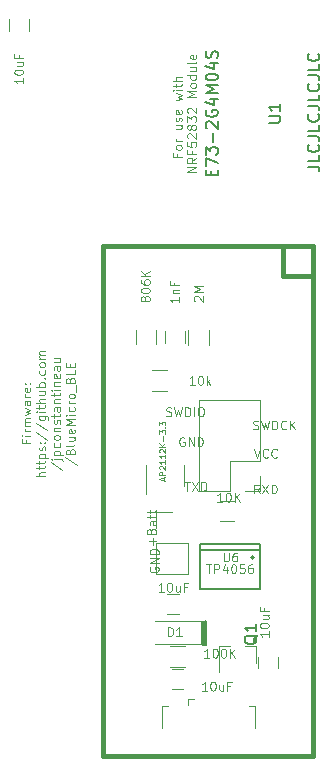
<source format=gbr>
G04 #@! TF.FileFunction,Legend,Top*
%FSLAX46Y46*%
G04 Gerber Fmt 4.6, Leading zero omitted, Abs format (unit mm)*
G04 Created by KiCad (PCBNEW 4.0.7) date 09/16/18 15:06:07*
%MOMM*%
%LPD*%
G01*
G04 APERTURE LIST*
%ADD10C,0.100000*%
%ADD11C,0.200000*%
%ADD12C,0.125000*%
%ADD13C,0.120000*%
%ADD14C,0.150000*%
%ADD15C,0.381000*%
G04 APERTURE END LIST*
D10*
D11*
X108966000Y-144018000D02*
X108712000Y-144018000D01*
X108966000Y-141986000D02*
X108966000Y-144018000D01*
X108839000Y-141986000D02*
X108966000Y-141986000D01*
X108839000Y-144018000D02*
X108839000Y-141986000D01*
X108712000Y-144018000D02*
X108839000Y-144018000D01*
X108712000Y-141986000D02*
X108712000Y-144018000D01*
D12*
X93702429Y-126727857D02*
X93702429Y-126977857D01*
X94095286Y-126977857D02*
X93345286Y-126977857D01*
X93345286Y-126620714D01*
X94095286Y-126335000D02*
X93595286Y-126335000D01*
X93345286Y-126335000D02*
X93381000Y-126370714D01*
X93416714Y-126335000D01*
X93381000Y-126299285D01*
X93345286Y-126335000D01*
X93416714Y-126335000D01*
X94095286Y-125977857D02*
X93595286Y-125977857D01*
X93738143Y-125977857D02*
X93666714Y-125942142D01*
X93631000Y-125906428D01*
X93595286Y-125834999D01*
X93595286Y-125763571D01*
X94095286Y-125513571D02*
X93595286Y-125513571D01*
X93666714Y-125513571D02*
X93631000Y-125477856D01*
X93595286Y-125406428D01*
X93595286Y-125299285D01*
X93631000Y-125227856D01*
X93702429Y-125192142D01*
X94095286Y-125192142D01*
X93702429Y-125192142D02*
X93631000Y-125156428D01*
X93595286Y-125084999D01*
X93595286Y-124977856D01*
X93631000Y-124906428D01*
X93702429Y-124870713D01*
X94095286Y-124870713D01*
X93595286Y-124584999D02*
X94095286Y-124442142D01*
X93738143Y-124299285D01*
X94095286Y-124156428D01*
X93595286Y-124013571D01*
X94095286Y-123406428D02*
X93702429Y-123406428D01*
X93631000Y-123442142D01*
X93595286Y-123513571D01*
X93595286Y-123656428D01*
X93631000Y-123727857D01*
X94059571Y-123406428D02*
X94095286Y-123477857D01*
X94095286Y-123656428D01*
X94059571Y-123727857D01*
X93988143Y-123763571D01*
X93916714Y-123763571D01*
X93845286Y-123727857D01*
X93809571Y-123656428D01*
X93809571Y-123477857D01*
X93773857Y-123406428D01*
X94095286Y-123049286D02*
X93595286Y-123049286D01*
X93738143Y-123049286D02*
X93666714Y-123013571D01*
X93631000Y-122977857D01*
X93595286Y-122906428D01*
X93595286Y-122835000D01*
X94059571Y-122299285D02*
X94095286Y-122370714D01*
X94095286Y-122513571D01*
X94059571Y-122585000D01*
X93988143Y-122620714D01*
X93702429Y-122620714D01*
X93631000Y-122585000D01*
X93595286Y-122513571D01*
X93595286Y-122370714D01*
X93631000Y-122299285D01*
X93702429Y-122263571D01*
X93773857Y-122263571D01*
X93845286Y-122620714D01*
X94023857Y-121942143D02*
X94059571Y-121906428D01*
X94095286Y-121942143D01*
X94059571Y-121977857D01*
X94023857Y-121942143D01*
X94095286Y-121942143D01*
X93631000Y-121942143D02*
X93666714Y-121906428D01*
X93702429Y-121942143D01*
X93666714Y-121977857D01*
X93631000Y-121942143D01*
X93702429Y-121942143D01*
X95345286Y-129745712D02*
X94595286Y-129745712D01*
X95345286Y-129424283D02*
X94952429Y-129424283D01*
X94881000Y-129459997D01*
X94845286Y-129531426D01*
X94845286Y-129638569D01*
X94881000Y-129709997D01*
X94916714Y-129745712D01*
X94845286Y-129174283D02*
X94845286Y-128888569D01*
X94595286Y-129067141D02*
X95238143Y-129067141D01*
X95309571Y-129031426D01*
X95345286Y-128959998D01*
X95345286Y-128888569D01*
X94845286Y-128745712D02*
X94845286Y-128459998D01*
X94595286Y-128638570D02*
X95238143Y-128638570D01*
X95309571Y-128602855D01*
X95345286Y-128531427D01*
X95345286Y-128459998D01*
X94845286Y-128209999D02*
X95595286Y-128209999D01*
X94881000Y-128209999D02*
X94845286Y-128138570D01*
X94845286Y-127995713D01*
X94881000Y-127924284D01*
X94916714Y-127888570D01*
X94988143Y-127852856D01*
X95202429Y-127852856D01*
X95273857Y-127888570D01*
X95309571Y-127924284D01*
X95345286Y-127995713D01*
X95345286Y-128138570D01*
X95309571Y-128209999D01*
X95309571Y-127567142D02*
X95345286Y-127495713D01*
X95345286Y-127352856D01*
X95309571Y-127281428D01*
X95238143Y-127245713D01*
X95202429Y-127245713D01*
X95131000Y-127281428D01*
X95095286Y-127352856D01*
X95095286Y-127459999D01*
X95059571Y-127531428D01*
X94988143Y-127567142D01*
X94952429Y-127567142D01*
X94881000Y-127531428D01*
X94845286Y-127459999D01*
X94845286Y-127352856D01*
X94881000Y-127281428D01*
X95273857Y-126924285D02*
X95309571Y-126888570D01*
X95345286Y-126924285D01*
X95309571Y-126959999D01*
X95273857Y-126924285D01*
X95345286Y-126924285D01*
X94881000Y-126924285D02*
X94916714Y-126888570D01*
X94952429Y-126924285D01*
X94916714Y-126959999D01*
X94881000Y-126924285D01*
X94952429Y-126924285D01*
X94559571Y-126031427D02*
X95523857Y-126674284D01*
X94559571Y-125245713D02*
X95523857Y-125888570D01*
X94845286Y-124674285D02*
X95452429Y-124674285D01*
X95523857Y-124709999D01*
X95559571Y-124745714D01*
X95595286Y-124817142D01*
X95595286Y-124924285D01*
X95559571Y-124995714D01*
X95309571Y-124674285D02*
X95345286Y-124745714D01*
X95345286Y-124888571D01*
X95309571Y-124959999D01*
X95273857Y-124995714D01*
X95202429Y-125031428D01*
X94988143Y-125031428D01*
X94916714Y-124995714D01*
X94881000Y-124959999D01*
X94845286Y-124888571D01*
X94845286Y-124745714D01*
X94881000Y-124674285D01*
X95345286Y-124317143D02*
X94845286Y-124317143D01*
X94595286Y-124317143D02*
X94631000Y-124352857D01*
X94666714Y-124317143D01*
X94631000Y-124281428D01*
X94595286Y-124317143D01*
X94666714Y-124317143D01*
X94845286Y-124067142D02*
X94845286Y-123781428D01*
X94595286Y-123960000D02*
X95238143Y-123960000D01*
X95309571Y-123924285D01*
X95345286Y-123852857D01*
X95345286Y-123781428D01*
X95345286Y-123531429D02*
X94595286Y-123531429D01*
X95345286Y-123210000D02*
X94952429Y-123210000D01*
X94881000Y-123245714D01*
X94845286Y-123317143D01*
X94845286Y-123424286D01*
X94881000Y-123495714D01*
X94916714Y-123531429D01*
X94845286Y-122531429D02*
X95345286Y-122531429D01*
X94845286Y-122852858D02*
X95238143Y-122852858D01*
X95309571Y-122817143D01*
X95345286Y-122745715D01*
X95345286Y-122638572D01*
X95309571Y-122567143D01*
X95273857Y-122531429D01*
X95345286Y-122174287D02*
X94595286Y-122174287D01*
X94881000Y-122174287D02*
X94845286Y-122102858D01*
X94845286Y-121960001D01*
X94881000Y-121888572D01*
X94916714Y-121852858D01*
X94988143Y-121817144D01*
X95202429Y-121817144D01*
X95273857Y-121852858D01*
X95309571Y-121888572D01*
X95345286Y-121960001D01*
X95345286Y-122102858D01*
X95309571Y-122174287D01*
X95273857Y-121495716D02*
X95309571Y-121460001D01*
X95345286Y-121495716D01*
X95309571Y-121531430D01*
X95273857Y-121495716D01*
X95345286Y-121495716D01*
X95309571Y-120817144D02*
X95345286Y-120888573D01*
X95345286Y-121031430D01*
X95309571Y-121102858D01*
X95273857Y-121138573D01*
X95202429Y-121174287D01*
X94988143Y-121174287D01*
X94916714Y-121138573D01*
X94881000Y-121102858D01*
X94845286Y-121031430D01*
X94845286Y-120888573D01*
X94881000Y-120817144D01*
X95345286Y-120388573D02*
X95309571Y-120460001D01*
X95273857Y-120495716D01*
X95202429Y-120531430D01*
X94988143Y-120531430D01*
X94916714Y-120495716D01*
X94881000Y-120460001D01*
X94845286Y-120388573D01*
X94845286Y-120281430D01*
X94881000Y-120210001D01*
X94916714Y-120174287D01*
X94988143Y-120138573D01*
X95202429Y-120138573D01*
X95273857Y-120174287D01*
X95309571Y-120210001D01*
X95345286Y-120281430D01*
X95345286Y-120388573D01*
X95345286Y-119817145D02*
X94845286Y-119817145D01*
X94916714Y-119817145D02*
X94881000Y-119781430D01*
X94845286Y-119710002D01*
X94845286Y-119602859D01*
X94881000Y-119531430D01*
X94952429Y-119495716D01*
X95345286Y-119495716D01*
X94952429Y-119495716D02*
X94881000Y-119460002D01*
X94845286Y-119388573D01*
X94845286Y-119281430D01*
X94881000Y-119210002D01*
X94952429Y-119174287D01*
X95345286Y-119174287D01*
X95809571Y-128584997D02*
X96773857Y-129227854D01*
X96095286Y-128334998D02*
X96738143Y-128334998D01*
X96809571Y-128370712D01*
X96845286Y-128442140D01*
X96845286Y-128477855D01*
X95845286Y-128334998D02*
X95881000Y-128370712D01*
X95916714Y-128334998D01*
X95881000Y-128299283D01*
X95845286Y-128334998D01*
X95916714Y-128334998D01*
X96095286Y-127977855D02*
X96845286Y-127977855D01*
X96131000Y-127977855D02*
X96095286Y-127906426D01*
X96095286Y-127763569D01*
X96131000Y-127692140D01*
X96166714Y-127656426D01*
X96238143Y-127620712D01*
X96452429Y-127620712D01*
X96523857Y-127656426D01*
X96559571Y-127692140D01*
X96595286Y-127763569D01*
X96595286Y-127906426D01*
X96559571Y-127977855D01*
X96559571Y-126977855D02*
X96595286Y-127049284D01*
X96595286Y-127192141D01*
X96559571Y-127263569D01*
X96523857Y-127299284D01*
X96452429Y-127334998D01*
X96238143Y-127334998D01*
X96166714Y-127299284D01*
X96131000Y-127263569D01*
X96095286Y-127192141D01*
X96095286Y-127049284D01*
X96131000Y-126977855D01*
X96595286Y-126549284D02*
X96559571Y-126620712D01*
X96523857Y-126656427D01*
X96452429Y-126692141D01*
X96238143Y-126692141D01*
X96166714Y-126656427D01*
X96131000Y-126620712D01*
X96095286Y-126549284D01*
X96095286Y-126442141D01*
X96131000Y-126370712D01*
X96166714Y-126334998D01*
X96238143Y-126299284D01*
X96452429Y-126299284D01*
X96523857Y-126334998D01*
X96559571Y-126370712D01*
X96595286Y-126442141D01*
X96595286Y-126549284D01*
X96095286Y-125977856D02*
X96595286Y-125977856D01*
X96166714Y-125977856D02*
X96131000Y-125942141D01*
X96095286Y-125870713D01*
X96095286Y-125763570D01*
X96131000Y-125692141D01*
X96202429Y-125656427D01*
X96595286Y-125656427D01*
X96559571Y-125334999D02*
X96595286Y-125263570D01*
X96595286Y-125120713D01*
X96559571Y-125049285D01*
X96488143Y-125013570D01*
X96452429Y-125013570D01*
X96381000Y-125049285D01*
X96345286Y-125120713D01*
X96345286Y-125227856D01*
X96309571Y-125299285D01*
X96238143Y-125334999D01*
X96202429Y-125334999D01*
X96131000Y-125299285D01*
X96095286Y-125227856D01*
X96095286Y-125120713D01*
X96131000Y-125049285D01*
X96095286Y-124799284D02*
X96095286Y-124513570D01*
X95845286Y-124692142D02*
X96488143Y-124692142D01*
X96559571Y-124656427D01*
X96595286Y-124584999D01*
X96595286Y-124513570D01*
X96595286Y-123942142D02*
X96202429Y-123942142D01*
X96131000Y-123977856D01*
X96095286Y-124049285D01*
X96095286Y-124192142D01*
X96131000Y-124263571D01*
X96559571Y-123942142D02*
X96595286Y-124013571D01*
X96595286Y-124192142D01*
X96559571Y-124263571D01*
X96488143Y-124299285D01*
X96416714Y-124299285D01*
X96345286Y-124263571D01*
X96309571Y-124192142D01*
X96309571Y-124013571D01*
X96273857Y-123942142D01*
X96095286Y-123585000D02*
X96595286Y-123585000D01*
X96166714Y-123585000D02*
X96131000Y-123549285D01*
X96095286Y-123477857D01*
X96095286Y-123370714D01*
X96131000Y-123299285D01*
X96202429Y-123263571D01*
X96595286Y-123263571D01*
X96095286Y-123013571D02*
X96095286Y-122727857D01*
X95845286Y-122906429D02*
X96488143Y-122906429D01*
X96559571Y-122870714D01*
X96595286Y-122799286D01*
X96595286Y-122727857D01*
X96595286Y-122477858D02*
X96095286Y-122477858D01*
X95845286Y-122477858D02*
X95881000Y-122513572D01*
X95916714Y-122477858D01*
X95881000Y-122442143D01*
X95845286Y-122477858D01*
X95916714Y-122477858D01*
X96095286Y-122120715D02*
X96595286Y-122120715D01*
X96166714Y-122120715D02*
X96131000Y-122085000D01*
X96095286Y-122013572D01*
X96095286Y-121906429D01*
X96131000Y-121835000D01*
X96202429Y-121799286D01*
X96595286Y-121799286D01*
X96559571Y-121156429D02*
X96595286Y-121227858D01*
X96595286Y-121370715D01*
X96559571Y-121442144D01*
X96488143Y-121477858D01*
X96202429Y-121477858D01*
X96131000Y-121442144D01*
X96095286Y-121370715D01*
X96095286Y-121227858D01*
X96131000Y-121156429D01*
X96202429Y-121120715D01*
X96273857Y-121120715D01*
X96345286Y-121477858D01*
X96595286Y-120477858D02*
X96202429Y-120477858D01*
X96131000Y-120513572D01*
X96095286Y-120585001D01*
X96095286Y-120727858D01*
X96131000Y-120799287D01*
X96559571Y-120477858D02*
X96595286Y-120549287D01*
X96595286Y-120727858D01*
X96559571Y-120799287D01*
X96488143Y-120835001D01*
X96416714Y-120835001D01*
X96345286Y-120799287D01*
X96309571Y-120727858D01*
X96309571Y-120549287D01*
X96273857Y-120477858D01*
X96095286Y-119799287D02*
X96595286Y-119799287D01*
X96095286Y-120120716D02*
X96488143Y-120120716D01*
X96559571Y-120085001D01*
X96595286Y-120013573D01*
X96595286Y-119906430D01*
X96559571Y-119835001D01*
X96523857Y-119799287D01*
X97059571Y-128174285D02*
X98023857Y-128817142D01*
X97452429Y-127674286D02*
X97488143Y-127567143D01*
X97523857Y-127531428D01*
X97595286Y-127495714D01*
X97702429Y-127495714D01*
X97773857Y-127531428D01*
X97809571Y-127567143D01*
X97845286Y-127638571D01*
X97845286Y-127924286D01*
X97095286Y-127924286D01*
X97095286Y-127674286D01*
X97131000Y-127602857D01*
X97166714Y-127567143D01*
X97238143Y-127531428D01*
X97309571Y-127531428D01*
X97381000Y-127567143D01*
X97416714Y-127602857D01*
X97452429Y-127674286D01*
X97452429Y-127924286D01*
X97845286Y-127067143D02*
X97809571Y-127138571D01*
X97738143Y-127174286D01*
X97095286Y-127174286D01*
X97345286Y-126460000D02*
X97845286Y-126460000D01*
X97345286Y-126781429D02*
X97738143Y-126781429D01*
X97809571Y-126745714D01*
X97845286Y-126674286D01*
X97845286Y-126567143D01*
X97809571Y-126495714D01*
X97773857Y-126460000D01*
X97809571Y-125817143D02*
X97845286Y-125888572D01*
X97845286Y-126031429D01*
X97809571Y-126102858D01*
X97738143Y-126138572D01*
X97452429Y-126138572D01*
X97381000Y-126102858D01*
X97345286Y-126031429D01*
X97345286Y-125888572D01*
X97381000Y-125817143D01*
X97452429Y-125781429D01*
X97523857Y-125781429D01*
X97595286Y-126138572D01*
X97845286Y-125460001D02*
X97095286Y-125460001D01*
X97631000Y-125210001D01*
X97095286Y-124960001D01*
X97845286Y-124960001D01*
X97845286Y-124602858D02*
X97345286Y-124602858D01*
X97095286Y-124602858D02*
X97131000Y-124638572D01*
X97166714Y-124602858D01*
X97131000Y-124567143D01*
X97095286Y-124602858D01*
X97166714Y-124602858D01*
X97809571Y-123924286D02*
X97845286Y-123995715D01*
X97845286Y-124138572D01*
X97809571Y-124210000D01*
X97773857Y-124245715D01*
X97702429Y-124281429D01*
X97488143Y-124281429D01*
X97416714Y-124245715D01*
X97381000Y-124210000D01*
X97345286Y-124138572D01*
X97345286Y-123995715D01*
X97381000Y-123924286D01*
X97845286Y-123602858D02*
X97345286Y-123602858D01*
X97488143Y-123602858D02*
X97416714Y-123567143D01*
X97381000Y-123531429D01*
X97345286Y-123460000D01*
X97345286Y-123388572D01*
X97845286Y-123031429D02*
X97809571Y-123102857D01*
X97773857Y-123138572D01*
X97702429Y-123174286D01*
X97488143Y-123174286D01*
X97416714Y-123138572D01*
X97381000Y-123102857D01*
X97345286Y-123031429D01*
X97345286Y-122924286D01*
X97381000Y-122852857D01*
X97416714Y-122817143D01*
X97488143Y-122781429D01*
X97702429Y-122781429D01*
X97773857Y-122817143D01*
X97809571Y-122852857D01*
X97845286Y-122924286D01*
X97845286Y-123031429D01*
X97916714Y-122638572D02*
X97916714Y-122067143D01*
X97452429Y-121638572D02*
X97488143Y-121531429D01*
X97523857Y-121495714D01*
X97595286Y-121460000D01*
X97702429Y-121460000D01*
X97773857Y-121495714D01*
X97809571Y-121531429D01*
X97845286Y-121602857D01*
X97845286Y-121888572D01*
X97095286Y-121888572D01*
X97095286Y-121638572D01*
X97131000Y-121567143D01*
X97166714Y-121531429D01*
X97238143Y-121495714D01*
X97309571Y-121495714D01*
X97381000Y-121531429D01*
X97416714Y-121567143D01*
X97452429Y-121638572D01*
X97452429Y-121888572D01*
X97845286Y-120781429D02*
X97845286Y-121138572D01*
X97095286Y-121138572D01*
X97452429Y-120531429D02*
X97452429Y-120281429D01*
X97845286Y-120174286D02*
X97845286Y-120531429D01*
X97095286Y-120531429D01*
X97095286Y-120174286D01*
D10*
X106521929Y-102470714D02*
X106521929Y-102720714D01*
X106914786Y-102720714D02*
X106164786Y-102720714D01*
X106164786Y-102363571D01*
X106914786Y-101970714D02*
X106879071Y-102042142D01*
X106843357Y-102077857D01*
X106771929Y-102113571D01*
X106557643Y-102113571D01*
X106486214Y-102077857D01*
X106450500Y-102042142D01*
X106414786Y-101970714D01*
X106414786Y-101863571D01*
X106450500Y-101792142D01*
X106486214Y-101756428D01*
X106557643Y-101720714D01*
X106771929Y-101720714D01*
X106843357Y-101756428D01*
X106879071Y-101792142D01*
X106914786Y-101863571D01*
X106914786Y-101970714D01*
X106914786Y-101399286D02*
X106414786Y-101399286D01*
X106557643Y-101399286D02*
X106486214Y-101363571D01*
X106450500Y-101327857D01*
X106414786Y-101256428D01*
X106414786Y-101185000D01*
X106414786Y-100042142D02*
X106914786Y-100042142D01*
X106414786Y-100363571D02*
X106807643Y-100363571D01*
X106879071Y-100327856D01*
X106914786Y-100256428D01*
X106914786Y-100149285D01*
X106879071Y-100077856D01*
X106843357Y-100042142D01*
X106879071Y-99720714D02*
X106914786Y-99649285D01*
X106914786Y-99506428D01*
X106879071Y-99435000D01*
X106807643Y-99399285D01*
X106771929Y-99399285D01*
X106700500Y-99435000D01*
X106664786Y-99506428D01*
X106664786Y-99613571D01*
X106629071Y-99685000D01*
X106557643Y-99720714D01*
X106521929Y-99720714D01*
X106450500Y-99685000D01*
X106414786Y-99613571D01*
X106414786Y-99506428D01*
X106450500Y-99435000D01*
X106879071Y-98792142D02*
X106914786Y-98863571D01*
X106914786Y-99006428D01*
X106879071Y-99077857D01*
X106807643Y-99113571D01*
X106521929Y-99113571D01*
X106450500Y-99077857D01*
X106414786Y-99006428D01*
X106414786Y-98863571D01*
X106450500Y-98792142D01*
X106521929Y-98756428D01*
X106593357Y-98756428D01*
X106664786Y-99113571D01*
X106414786Y-97934999D02*
X106914786Y-97792142D01*
X106557643Y-97649285D01*
X106914786Y-97506428D01*
X106414786Y-97363571D01*
X106914786Y-97077857D02*
X106414786Y-97077857D01*
X106164786Y-97077857D02*
X106200500Y-97113571D01*
X106236214Y-97077857D01*
X106200500Y-97042142D01*
X106164786Y-97077857D01*
X106236214Y-97077857D01*
X106414786Y-96827856D02*
X106414786Y-96542142D01*
X106164786Y-96720714D02*
X106807643Y-96720714D01*
X106879071Y-96684999D01*
X106914786Y-96613571D01*
X106914786Y-96542142D01*
X106914786Y-96292143D02*
X106164786Y-96292143D01*
X106914786Y-95970714D02*
X106521929Y-95970714D01*
X106450500Y-96006428D01*
X106414786Y-96077857D01*
X106414786Y-96185000D01*
X106450500Y-96256428D01*
X106486214Y-96292143D01*
X108139786Y-104006429D02*
X107389786Y-104006429D01*
X108139786Y-103577857D01*
X107389786Y-103577857D01*
X108139786Y-102792143D02*
X107782643Y-103042143D01*
X108139786Y-103220715D02*
X107389786Y-103220715D01*
X107389786Y-102935000D01*
X107425500Y-102863572D01*
X107461214Y-102827857D01*
X107532643Y-102792143D01*
X107639786Y-102792143D01*
X107711214Y-102827857D01*
X107746929Y-102863572D01*
X107782643Y-102935000D01*
X107782643Y-103220715D01*
X107746929Y-102220715D02*
X107746929Y-102470715D01*
X108139786Y-102470715D02*
X107389786Y-102470715D01*
X107389786Y-102113572D01*
X107389786Y-101470715D02*
X107389786Y-101827858D01*
X107746929Y-101863572D01*
X107711214Y-101827858D01*
X107675500Y-101756429D01*
X107675500Y-101577858D01*
X107711214Y-101506429D01*
X107746929Y-101470715D01*
X107818357Y-101435000D01*
X107996929Y-101435000D01*
X108068357Y-101470715D01*
X108104071Y-101506429D01*
X108139786Y-101577858D01*
X108139786Y-101756429D01*
X108104071Y-101827858D01*
X108068357Y-101863572D01*
X107461214Y-101149286D02*
X107425500Y-101113572D01*
X107389786Y-101042143D01*
X107389786Y-100863572D01*
X107425500Y-100792143D01*
X107461214Y-100756429D01*
X107532643Y-100720714D01*
X107604071Y-100720714D01*
X107711214Y-100756429D01*
X108139786Y-101185000D01*
X108139786Y-100720714D01*
X107711214Y-100292143D02*
X107675500Y-100363571D01*
X107639786Y-100399286D01*
X107568357Y-100435000D01*
X107532643Y-100435000D01*
X107461214Y-100399286D01*
X107425500Y-100363571D01*
X107389786Y-100292143D01*
X107389786Y-100149286D01*
X107425500Y-100077857D01*
X107461214Y-100042143D01*
X107532643Y-100006428D01*
X107568357Y-100006428D01*
X107639786Y-100042143D01*
X107675500Y-100077857D01*
X107711214Y-100149286D01*
X107711214Y-100292143D01*
X107746929Y-100363571D01*
X107782643Y-100399286D01*
X107854071Y-100435000D01*
X107996929Y-100435000D01*
X108068357Y-100399286D01*
X108104071Y-100363571D01*
X108139786Y-100292143D01*
X108139786Y-100149286D01*
X108104071Y-100077857D01*
X108068357Y-100042143D01*
X107996929Y-100006428D01*
X107854071Y-100006428D01*
X107782643Y-100042143D01*
X107746929Y-100077857D01*
X107711214Y-100149286D01*
X107389786Y-99756428D02*
X107389786Y-99292142D01*
X107675500Y-99542142D01*
X107675500Y-99435000D01*
X107711214Y-99363571D01*
X107746929Y-99327857D01*
X107818357Y-99292142D01*
X107996929Y-99292142D01*
X108068357Y-99327857D01*
X108104071Y-99363571D01*
X108139786Y-99435000D01*
X108139786Y-99649285D01*
X108104071Y-99720714D01*
X108068357Y-99756428D01*
X107461214Y-99006428D02*
X107425500Y-98970714D01*
X107389786Y-98899285D01*
X107389786Y-98720714D01*
X107425500Y-98649285D01*
X107461214Y-98613571D01*
X107532643Y-98577856D01*
X107604071Y-98577856D01*
X107711214Y-98613571D01*
X108139786Y-99042142D01*
X108139786Y-98577856D01*
X108139786Y-97684999D02*
X107389786Y-97684999D01*
X107925500Y-97434999D01*
X107389786Y-97184999D01*
X108139786Y-97184999D01*
X108139786Y-96720713D02*
X108104071Y-96792141D01*
X108068357Y-96827856D01*
X107996929Y-96863570D01*
X107782643Y-96863570D01*
X107711214Y-96827856D01*
X107675500Y-96792141D01*
X107639786Y-96720713D01*
X107639786Y-96613570D01*
X107675500Y-96542141D01*
X107711214Y-96506427D01*
X107782643Y-96470713D01*
X107996929Y-96470713D01*
X108068357Y-96506427D01*
X108104071Y-96542141D01*
X108139786Y-96613570D01*
X108139786Y-96720713D01*
X108139786Y-95827856D02*
X107389786Y-95827856D01*
X108104071Y-95827856D02*
X108139786Y-95899285D01*
X108139786Y-96042142D01*
X108104071Y-96113570D01*
X108068357Y-96149285D01*
X107996929Y-96184999D01*
X107782643Y-96184999D01*
X107711214Y-96149285D01*
X107675500Y-96113570D01*
X107639786Y-96042142D01*
X107639786Y-95899285D01*
X107675500Y-95827856D01*
X107639786Y-95149285D02*
X108139786Y-95149285D01*
X107639786Y-95470714D02*
X108032643Y-95470714D01*
X108104071Y-95434999D01*
X108139786Y-95363571D01*
X108139786Y-95256428D01*
X108104071Y-95184999D01*
X108068357Y-95149285D01*
X108139786Y-94685000D02*
X108104071Y-94756428D01*
X108032643Y-94792143D01*
X107389786Y-94792143D01*
X108104071Y-94113571D02*
X108139786Y-94185000D01*
X108139786Y-94327857D01*
X108104071Y-94399286D01*
X108032643Y-94435000D01*
X107746929Y-94435000D01*
X107675500Y-94399286D01*
X107639786Y-94327857D01*
X107639786Y-94185000D01*
X107675500Y-94113571D01*
X107746929Y-94077857D01*
X107818357Y-94077857D01*
X107889786Y-94435000D01*
X107124572Y-126498000D02*
X107053143Y-126462286D01*
X106946000Y-126462286D01*
X106838857Y-126498000D01*
X106767429Y-126569429D01*
X106731714Y-126640857D01*
X106696000Y-126783714D01*
X106696000Y-126890857D01*
X106731714Y-127033714D01*
X106767429Y-127105143D01*
X106838857Y-127176571D01*
X106946000Y-127212286D01*
X107017429Y-127212286D01*
X107124572Y-127176571D01*
X107160286Y-127140857D01*
X107160286Y-126890857D01*
X107017429Y-126890857D01*
X107481714Y-127212286D02*
X107481714Y-126462286D01*
X107910286Y-127212286D01*
X107910286Y-126462286D01*
X108267428Y-127212286D02*
X108267428Y-126462286D01*
X108446000Y-126462286D01*
X108553143Y-126498000D01*
X108624571Y-126569429D01*
X108660286Y-126640857D01*
X108696000Y-126783714D01*
X108696000Y-126890857D01*
X108660286Y-127033714D01*
X108624571Y-127105143D01*
X108553143Y-127176571D01*
X108446000Y-127212286D01*
X108267428Y-127212286D01*
X107173572Y-130259286D02*
X107602143Y-130259286D01*
X107387857Y-131009286D02*
X107387857Y-130259286D01*
X107780715Y-130259286D02*
X108280715Y-131009286D01*
X108280715Y-130259286D02*
X107780715Y-131009286D01*
X108566429Y-131009286D02*
X108566429Y-130259286D01*
X108745001Y-130259286D01*
X108852144Y-130295000D01*
X108923572Y-130366429D01*
X108959287Y-130437857D01*
X108995001Y-130580714D01*
X108995001Y-130687857D01*
X108959287Y-130830714D01*
X108923572Y-130902143D01*
X108852144Y-130973571D01*
X108745001Y-131009286D01*
X108566429Y-131009286D01*
X113490000Y-131229286D02*
X113240000Y-130872143D01*
X113061428Y-131229286D02*
X113061428Y-130479286D01*
X113347143Y-130479286D01*
X113418571Y-130515000D01*
X113454286Y-130550714D01*
X113490000Y-130622143D01*
X113490000Y-130729286D01*
X113454286Y-130800714D01*
X113418571Y-130836429D01*
X113347143Y-130872143D01*
X113061428Y-130872143D01*
X113740000Y-130479286D02*
X114240000Y-131229286D01*
X114240000Y-130479286D02*
X113740000Y-131229286D01*
X114525714Y-131229286D02*
X114525714Y-130479286D01*
X114704286Y-130479286D01*
X114811429Y-130515000D01*
X114882857Y-130586429D01*
X114918572Y-130657857D01*
X114954286Y-130800714D01*
X114954286Y-130907857D01*
X114918572Y-131050714D01*
X114882857Y-131122143D01*
X114811429Y-131193571D01*
X114704286Y-131229286D01*
X114525714Y-131229286D01*
X113040001Y-127449286D02*
X113290001Y-128199286D01*
X113540001Y-127449286D01*
X114218572Y-128127857D02*
X114182858Y-128163571D01*
X114075715Y-128199286D01*
X114004286Y-128199286D01*
X113897143Y-128163571D01*
X113825715Y-128092143D01*
X113790000Y-128020714D01*
X113754286Y-127877857D01*
X113754286Y-127770714D01*
X113790000Y-127627857D01*
X113825715Y-127556429D01*
X113897143Y-127485000D01*
X114004286Y-127449286D01*
X114075715Y-127449286D01*
X114182858Y-127485000D01*
X114218572Y-127520714D01*
X114968572Y-128127857D02*
X114932858Y-128163571D01*
X114825715Y-128199286D01*
X114754286Y-128199286D01*
X114647143Y-128163571D01*
X114575715Y-128092143D01*
X114540000Y-128020714D01*
X114504286Y-127877857D01*
X114504286Y-127770714D01*
X114540000Y-127627857D01*
X114575715Y-127556429D01*
X114647143Y-127485000D01*
X114754286Y-127449286D01*
X114825715Y-127449286D01*
X114932858Y-127485000D01*
X114968572Y-127520714D01*
X112972143Y-125773571D02*
X113079286Y-125809286D01*
X113257857Y-125809286D01*
X113329286Y-125773571D01*
X113365000Y-125737857D01*
X113400715Y-125666429D01*
X113400715Y-125595000D01*
X113365000Y-125523571D01*
X113329286Y-125487857D01*
X113257857Y-125452143D01*
X113115000Y-125416429D01*
X113043572Y-125380714D01*
X113007857Y-125345000D01*
X112972143Y-125273571D01*
X112972143Y-125202143D01*
X113007857Y-125130714D01*
X113043572Y-125095000D01*
X113115000Y-125059286D01*
X113293572Y-125059286D01*
X113400715Y-125095000D01*
X113650715Y-125059286D02*
X113829286Y-125809286D01*
X113972143Y-125273571D01*
X114115001Y-125809286D01*
X114293572Y-125059286D01*
X114579286Y-125809286D02*
X114579286Y-125059286D01*
X114757858Y-125059286D01*
X114865001Y-125095000D01*
X114936429Y-125166429D01*
X114972144Y-125237857D01*
X115007858Y-125380714D01*
X115007858Y-125487857D01*
X114972144Y-125630714D01*
X114936429Y-125702143D01*
X114865001Y-125773571D01*
X114757858Y-125809286D01*
X114579286Y-125809286D01*
X115757858Y-125737857D02*
X115722144Y-125773571D01*
X115615001Y-125809286D01*
X115543572Y-125809286D01*
X115436429Y-125773571D01*
X115365001Y-125702143D01*
X115329286Y-125630714D01*
X115293572Y-125487857D01*
X115293572Y-125380714D01*
X115329286Y-125237857D01*
X115365001Y-125166429D01*
X115436429Y-125095000D01*
X115543572Y-125059286D01*
X115615001Y-125059286D01*
X115722144Y-125095000D01*
X115757858Y-125130714D01*
X116079286Y-125809286D02*
X116079286Y-125059286D01*
X116507858Y-125809286D02*
X116186429Y-125380714D01*
X116507858Y-125059286D02*
X116079286Y-125487857D01*
X105598714Y-124636571D02*
X105705857Y-124672286D01*
X105884428Y-124672286D01*
X105955857Y-124636571D01*
X105991571Y-124600857D01*
X106027286Y-124529429D01*
X106027286Y-124458000D01*
X105991571Y-124386571D01*
X105955857Y-124350857D01*
X105884428Y-124315143D01*
X105741571Y-124279429D01*
X105670143Y-124243714D01*
X105634428Y-124208000D01*
X105598714Y-124136571D01*
X105598714Y-124065143D01*
X105634428Y-123993714D01*
X105670143Y-123958000D01*
X105741571Y-123922286D01*
X105920143Y-123922286D01*
X106027286Y-123958000D01*
X106277286Y-123922286D02*
X106455857Y-124672286D01*
X106598714Y-124136571D01*
X106741572Y-124672286D01*
X106920143Y-123922286D01*
X107205857Y-124672286D02*
X107205857Y-123922286D01*
X107384429Y-123922286D01*
X107491572Y-123958000D01*
X107563000Y-124029429D01*
X107598715Y-124100857D01*
X107634429Y-124243714D01*
X107634429Y-124350857D01*
X107598715Y-124493714D01*
X107563000Y-124565143D01*
X107491572Y-124636571D01*
X107384429Y-124672286D01*
X107205857Y-124672286D01*
X107955857Y-124672286D02*
X107955857Y-123922286D01*
X108455858Y-123922286D02*
X108598715Y-123922286D01*
X108670143Y-123958000D01*
X108741572Y-124029429D01*
X108777286Y-124172286D01*
X108777286Y-124422286D01*
X108741572Y-124565143D01*
X108670143Y-124636571D01*
X108598715Y-124672286D01*
X108455858Y-124672286D01*
X108384429Y-124636571D01*
X108313000Y-124565143D01*
X108277286Y-124422286D01*
X108277286Y-124172286D01*
X108313000Y-124029429D01*
X108384429Y-123958000D01*
X108455858Y-123922286D01*
X104433571Y-135578571D02*
X104433571Y-135007142D01*
X104719286Y-135292856D02*
X104147857Y-135292856D01*
X104326429Y-134400000D02*
X104362143Y-134292857D01*
X104397857Y-134257142D01*
X104469286Y-134221428D01*
X104576429Y-134221428D01*
X104647857Y-134257142D01*
X104683571Y-134292857D01*
X104719286Y-134364285D01*
X104719286Y-134650000D01*
X103969286Y-134650000D01*
X103969286Y-134400000D01*
X104005000Y-134328571D01*
X104040714Y-134292857D01*
X104112143Y-134257142D01*
X104183571Y-134257142D01*
X104255000Y-134292857D01*
X104290714Y-134328571D01*
X104326429Y-134400000D01*
X104326429Y-134650000D01*
X104719286Y-133578571D02*
X104326429Y-133578571D01*
X104255000Y-133614285D01*
X104219286Y-133685714D01*
X104219286Y-133828571D01*
X104255000Y-133900000D01*
X104683571Y-133578571D02*
X104719286Y-133650000D01*
X104719286Y-133828571D01*
X104683571Y-133900000D01*
X104612143Y-133935714D01*
X104540714Y-133935714D01*
X104469286Y-133900000D01*
X104433571Y-133828571D01*
X104433571Y-133650000D01*
X104397857Y-133578571D01*
X104219286Y-133328571D02*
X104219286Y-133042857D01*
X103969286Y-133221429D02*
X104612143Y-133221429D01*
X104683571Y-133185714D01*
X104719286Y-133114286D01*
X104719286Y-133042857D01*
X104219286Y-132900000D02*
X104219286Y-132614286D01*
X103969286Y-132792858D02*
X104612143Y-132792858D01*
X104683571Y-132757143D01*
X104719286Y-132685715D01*
X104719286Y-132614286D01*
X104245000Y-137481428D02*
X104209286Y-137552857D01*
X104209286Y-137660000D01*
X104245000Y-137767143D01*
X104316429Y-137838571D01*
X104387857Y-137874286D01*
X104530714Y-137910000D01*
X104637857Y-137910000D01*
X104780714Y-137874286D01*
X104852143Y-137838571D01*
X104923571Y-137767143D01*
X104959286Y-137660000D01*
X104959286Y-137588571D01*
X104923571Y-137481428D01*
X104887857Y-137445714D01*
X104637857Y-137445714D01*
X104637857Y-137588571D01*
X104959286Y-137124286D02*
X104209286Y-137124286D01*
X104959286Y-136695714D01*
X104209286Y-136695714D01*
X104959286Y-136338572D02*
X104209286Y-136338572D01*
X104209286Y-136160000D01*
X104245000Y-136052857D01*
X104316429Y-135981429D01*
X104387857Y-135945714D01*
X104530714Y-135910000D01*
X104637857Y-135910000D01*
X104780714Y-135945714D01*
X104852143Y-135981429D01*
X104923571Y-136052857D01*
X104959286Y-136160000D01*
X104959286Y-136338572D01*
D11*
X117562381Y-103552048D02*
X118276667Y-103552048D01*
X118419524Y-103599668D01*
X118514762Y-103694906D01*
X118562381Y-103837763D01*
X118562381Y-103933001D01*
X118562381Y-102599667D02*
X118562381Y-103075858D01*
X117562381Y-103075858D01*
X118467143Y-101694905D02*
X118514762Y-101742524D01*
X118562381Y-101885381D01*
X118562381Y-101980619D01*
X118514762Y-102123477D01*
X118419524Y-102218715D01*
X118324286Y-102266334D01*
X118133810Y-102313953D01*
X117990952Y-102313953D01*
X117800476Y-102266334D01*
X117705238Y-102218715D01*
X117610000Y-102123477D01*
X117562381Y-101980619D01*
X117562381Y-101885381D01*
X117610000Y-101742524D01*
X117657619Y-101694905D01*
X117562381Y-100980619D02*
X118276667Y-100980619D01*
X118419524Y-101028239D01*
X118514762Y-101123477D01*
X118562381Y-101266334D01*
X118562381Y-101361572D01*
X118562381Y-100028238D02*
X118562381Y-100504429D01*
X117562381Y-100504429D01*
X118467143Y-99123476D02*
X118514762Y-99171095D01*
X118562381Y-99313952D01*
X118562381Y-99409190D01*
X118514762Y-99552048D01*
X118419524Y-99647286D01*
X118324286Y-99694905D01*
X118133810Y-99742524D01*
X117990952Y-99742524D01*
X117800476Y-99694905D01*
X117705238Y-99647286D01*
X117610000Y-99552048D01*
X117562381Y-99409190D01*
X117562381Y-99313952D01*
X117610000Y-99171095D01*
X117657619Y-99123476D01*
X117562381Y-98409190D02*
X118276667Y-98409190D01*
X118419524Y-98456810D01*
X118514762Y-98552048D01*
X118562381Y-98694905D01*
X118562381Y-98790143D01*
X118562381Y-97456809D02*
X118562381Y-97933000D01*
X117562381Y-97933000D01*
X118467143Y-96552047D02*
X118514762Y-96599666D01*
X118562381Y-96742523D01*
X118562381Y-96837761D01*
X118514762Y-96980619D01*
X118419524Y-97075857D01*
X118324286Y-97123476D01*
X118133810Y-97171095D01*
X117990952Y-97171095D01*
X117800476Y-97123476D01*
X117705238Y-97075857D01*
X117610000Y-96980619D01*
X117562381Y-96837761D01*
X117562381Y-96742523D01*
X117610000Y-96599666D01*
X117657619Y-96552047D01*
X117562381Y-95837761D02*
X118276667Y-95837761D01*
X118419524Y-95885381D01*
X118514762Y-95980619D01*
X118562381Y-96123476D01*
X118562381Y-96218714D01*
X118562381Y-94885380D02*
X118562381Y-95361571D01*
X117562381Y-95361571D01*
X118467143Y-93980618D02*
X118514762Y-94028237D01*
X118562381Y-94171094D01*
X118562381Y-94266332D01*
X118514762Y-94409190D01*
X118419524Y-94504428D01*
X118324286Y-94552047D01*
X118133810Y-94599666D01*
X117990952Y-94599666D01*
X117800476Y-94552047D01*
X117705238Y-94504428D01*
X117610000Y-94409190D01*
X117562381Y-94266332D01*
X117562381Y-94171094D01*
X117610000Y-94028237D01*
X117657619Y-93980618D01*
D13*
X92241000Y-91067000D02*
X92241000Y-92067000D01*
X93941000Y-92067000D02*
X93941000Y-91067000D01*
X105629000Y-122546000D02*
X104429000Y-122546000D01*
X104429000Y-120786000D02*
X105629000Y-120786000D01*
X105269200Y-149208980D02*
X105719200Y-149208980D01*
X105269200Y-151058980D02*
X105269200Y-149208980D01*
X113069200Y-153608980D02*
X113069200Y-153358980D01*
X105269200Y-153608980D02*
X105269200Y-153358980D01*
X113069200Y-151058980D02*
X113069200Y-149208980D01*
X113069200Y-149208980D02*
X112619200Y-149208980D01*
X107469200Y-148658980D02*
X107919200Y-148658980D01*
X107469200Y-148658980D02*
X107469200Y-149108980D01*
X107081000Y-130614000D02*
X107081000Y-128814000D01*
X103861000Y-128814000D02*
X103861000Y-131264000D01*
X113213000Y-144147000D02*
X112283000Y-144147000D01*
X110053000Y-144147000D02*
X110983000Y-144147000D01*
X110053000Y-144147000D02*
X110053000Y-146307000D01*
X113213000Y-144147000D02*
X113213000Y-145607000D01*
X115023000Y-146042000D02*
X115023000Y-145042000D01*
X113323000Y-145042000D02*
X113323000Y-146042000D01*
X105672000Y-141439000D02*
X106672000Y-141439000D01*
X106672000Y-139739000D02*
X105672000Y-139739000D01*
X104742940Y-138037880D02*
X107402940Y-138037880D01*
X104742940Y-135437880D02*
X104742940Y-138037880D01*
X107402940Y-135437880D02*
X107402940Y-138037880D01*
X104742940Y-135437880D02*
X107402940Y-135437880D01*
X104742940Y-134167880D02*
X104742940Y-132837880D01*
X104742940Y-132837880D02*
X106072940Y-132837880D01*
X105953000Y-144154000D02*
X107153000Y-144154000D01*
X107153000Y-145914000D02*
X105953000Y-145914000D01*
X110144000Y-131835000D02*
X111344000Y-131835000D01*
X111344000Y-133595000D02*
X110144000Y-133595000D01*
X106053000Y-147789000D02*
X107053000Y-147789000D01*
X107053000Y-146089000D02*
X106053000Y-146089000D01*
X113559900Y-123305260D02*
X108359900Y-123305260D01*
X113559900Y-128445260D02*
X113559900Y-123305260D01*
X108359900Y-131045260D02*
X108359900Y-123305260D01*
X113559900Y-128445260D02*
X110959900Y-128445260D01*
X110959900Y-128445260D02*
X110959900Y-131045260D01*
X110959900Y-131045260D02*
X108359900Y-131045260D01*
X113559900Y-129715260D02*
X113559900Y-131045260D01*
X113559900Y-131045260D02*
X112229900Y-131045260D01*
D14*
X113030000Y-136652000D02*
G75*
G03X113030000Y-136652000I-127000J0D01*
G01*
X113538000Y-136017000D02*
X108458000Y-136017000D01*
X113538000Y-139319000D02*
X108458000Y-139319000D01*
X113538000Y-135509000D02*
X108458000Y-135509000D01*
X113538000Y-135509000D02*
X113538000Y-139319000D01*
X108458000Y-135509000D02*
X108458000Y-139319000D01*
D13*
X107149000Y-118483000D02*
X107149000Y-117483000D01*
X105449000Y-117483000D02*
X105449000Y-118483000D01*
X104766000Y-117383000D02*
X104766000Y-118583000D01*
X103006000Y-118583000D02*
X103006000Y-117383000D01*
X107451000Y-118630000D02*
X107451000Y-117430000D01*
X109211000Y-117430000D02*
X109211000Y-118630000D01*
X108549000Y-144002000D02*
X108549000Y-142002000D01*
X108549000Y-142002000D02*
X104649000Y-142002000D01*
X108549000Y-144002000D02*
X104649000Y-144002000D01*
D15*
X115443000Y-112776000D02*
X117983000Y-112776000D01*
X115443000Y-110236000D02*
X115443000Y-112776000D01*
X100203000Y-153416000D02*
X100203000Y-110236000D01*
X117983000Y-153416000D02*
X100203000Y-153416000D01*
X117983000Y-110236000D02*
X117983000Y-153416000D01*
X100203000Y-110236000D02*
X117983000Y-110236000D01*
D14*
X114260381Y-99821905D02*
X115069905Y-99821905D01*
X115165143Y-99774286D01*
X115212762Y-99726667D01*
X115260381Y-99631429D01*
X115260381Y-99440952D01*
X115212762Y-99345714D01*
X115165143Y-99298095D01*
X115069905Y-99250476D01*
X114260381Y-99250476D01*
X115260381Y-98250476D02*
X115260381Y-98821905D01*
X115260381Y-98536191D02*
X114260381Y-98536191D01*
X114403238Y-98631429D01*
X114498476Y-98726667D01*
X114546095Y-98821905D01*
X109410571Y-104298095D02*
X109410571Y-103964761D01*
X109934381Y-103821904D02*
X109934381Y-104298095D01*
X108934381Y-104298095D01*
X108934381Y-103821904D01*
X108934381Y-103488571D02*
X108934381Y-102821904D01*
X109934381Y-103250476D01*
X108934381Y-102536190D02*
X108934381Y-101917142D01*
X109315333Y-102250476D01*
X109315333Y-102107618D01*
X109362952Y-102012380D01*
X109410571Y-101964761D01*
X109505810Y-101917142D01*
X109743905Y-101917142D01*
X109839143Y-101964761D01*
X109886762Y-102012380D01*
X109934381Y-102107618D01*
X109934381Y-102393333D01*
X109886762Y-102488571D01*
X109839143Y-102536190D01*
X109553429Y-101488571D02*
X109553429Y-100726666D01*
X109029619Y-100298095D02*
X108982000Y-100250476D01*
X108934381Y-100155238D01*
X108934381Y-99917142D01*
X108982000Y-99821904D01*
X109029619Y-99774285D01*
X109124857Y-99726666D01*
X109220095Y-99726666D01*
X109362952Y-99774285D01*
X109934381Y-100345714D01*
X109934381Y-99726666D01*
X108982000Y-98774285D02*
X108934381Y-98869523D01*
X108934381Y-99012380D01*
X108982000Y-99155238D01*
X109077238Y-99250476D01*
X109172476Y-99298095D01*
X109362952Y-99345714D01*
X109505810Y-99345714D01*
X109696286Y-99298095D01*
X109791524Y-99250476D01*
X109886762Y-99155238D01*
X109934381Y-99012380D01*
X109934381Y-98917142D01*
X109886762Y-98774285D01*
X109839143Y-98726666D01*
X109505810Y-98726666D01*
X109505810Y-98917142D01*
X109267714Y-97869523D02*
X109934381Y-97869523D01*
X108886762Y-98107619D02*
X109601048Y-98345714D01*
X109601048Y-97726666D01*
X109934381Y-97345714D02*
X108934381Y-97345714D01*
X109648667Y-97012380D01*
X108934381Y-96679047D01*
X109934381Y-96679047D01*
X108934381Y-96012381D02*
X108934381Y-95917142D01*
X108982000Y-95821904D01*
X109029619Y-95774285D01*
X109124857Y-95726666D01*
X109315333Y-95679047D01*
X109553429Y-95679047D01*
X109743905Y-95726666D01*
X109839143Y-95774285D01*
X109886762Y-95821904D01*
X109934381Y-95917142D01*
X109934381Y-96012381D01*
X109886762Y-96107619D01*
X109839143Y-96155238D01*
X109743905Y-96202857D01*
X109553429Y-96250476D01*
X109315333Y-96250476D01*
X109124857Y-96202857D01*
X109029619Y-96155238D01*
X108982000Y-96107619D01*
X108934381Y-96012381D01*
X109267714Y-94821904D02*
X109934381Y-94821904D01*
X108886762Y-95060000D02*
X109601048Y-95298095D01*
X109601048Y-94679047D01*
X109886762Y-94345714D02*
X109934381Y-94202857D01*
X109934381Y-93964761D01*
X109886762Y-93869523D01*
X109839143Y-93821904D01*
X109743905Y-93774285D01*
X109648667Y-93774285D01*
X109553429Y-93821904D01*
X109505810Y-93869523D01*
X109458190Y-93964761D01*
X109410571Y-94155238D01*
X109362952Y-94250476D01*
X109315333Y-94298095D01*
X109220095Y-94345714D01*
X109124857Y-94345714D01*
X109029619Y-94298095D01*
X108982000Y-94250476D01*
X108934381Y-94155238D01*
X108934381Y-93917142D01*
X108982000Y-93774285D01*
D10*
X93478546Y-96061511D02*
X93478546Y-96490083D01*
X93478546Y-96275797D02*
X92728546Y-96275797D01*
X92835689Y-96347226D01*
X92907117Y-96418654D01*
X92942831Y-96490083D01*
X92728546Y-95597225D02*
X92728546Y-95525797D01*
X92764260Y-95454368D01*
X92799974Y-95418654D01*
X92871403Y-95382940D01*
X93014260Y-95347225D01*
X93192831Y-95347225D01*
X93335689Y-95382940D01*
X93407117Y-95418654D01*
X93442831Y-95454368D01*
X93478546Y-95525797D01*
X93478546Y-95597225D01*
X93442831Y-95668654D01*
X93407117Y-95704368D01*
X93335689Y-95740083D01*
X93192831Y-95775797D01*
X93014260Y-95775797D01*
X92871403Y-95740083D01*
X92799974Y-95704368D01*
X92764260Y-95668654D01*
X92728546Y-95597225D01*
X92978546Y-94704368D02*
X93478546Y-94704368D01*
X92978546Y-95025797D02*
X93371403Y-95025797D01*
X93442831Y-94990082D01*
X93478546Y-94918654D01*
X93478546Y-94811511D01*
X93442831Y-94740082D01*
X93407117Y-94704368D01*
X93085689Y-94097226D02*
X93085689Y-94347226D01*
X93478546Y-94347226D02*
X92728546Y-94347226D01*
X92728546Y-93990083D01*
X108000131Y-122025605D02*
X107571559Y-122025605D01*
X107785845Y-122025605D02*
X107785845Y-121275605D01*
X107714416Y-121382748D01*
X107642988Y-121454176D01*
X107571559Y-121489890D01*
X108464417Y-121275605D02*
X108535845Y-121275605D01*
X108607274Y-121311319D01*
X108642988Y-121347033D01*
X108678702Y-121418462D01*
X108714417Y-121561319D01*
X108714417Y-121739890D01*
X108678702Y-121882748D01*
X108642988Y-121954176D01*
X108607274Y-121989890D01*
X108535845Y-122025605D01*
X108464417Y-122025605D01*
X108392988Y-121989890D01*
X108357274Y-121954176D01*
X108321559Y-121882748D01*
X108285845Y-121739890D01*
X108285845Y-121561319D01*
X108321559Y-121418462D01*
X108357274Y-121347033D01*
X108392988Y-121311319D01*
X108464417Y-121275605D01*
X109035845Y-122025605D02*
X109035845Y-121275605D01*
X109107274Y-121739890D02*
X109321560Y-122025605D01*
X109321560Y-121525605D02*
X109035845Y-121811319D01*
X105366333Y-130111189D02*
X105366333Y-129873094D01*
X105509190Y-130158808D02*
X105009190Y-129992141D01*
X105509190Y-129825475D01*
X105509190Y-129658808D02*
X105009190Y-129658808D01*
X105009190Y-129468332D01*
X105033000Y-129420713D01*
X105056810Y-129396904D01*
X105104429Y-129373094D01*
X105175857Y-129373094D01*
X105223476Y-129396904D01*
X105247286Y-129420713D01*
X105271095Y-129468332D01*
X105271095Y-129658808D01*
X105056810Y-129182618D02*
X105033000Y-129158808D01*
X105009190Y-129111189D01*
X105009190Y-128992142D01*
X105033000Y-128944523D01*
X105056810Y-128920713D01*
X105104429Y-128896904D01*
X105152048Y-128896904D01*
X105223476Y-128920713D01*
X105509190Y-129206427D01*
X105509190Y-128896904D01*
X105509190Y-128420714D02*
X105509190Y-128706428D01*
X105509190Y-128563571D02*
X105009190Y-128563571D01*
X105080619Y-128611190D01*
X105128238Y-128658809D01*
X105152048Y-128706428D01*
X105509190Y-127944524D02*
X105509190Y-128230238D01*
X105509190Y-128087381D02*
X105009190Y-128087381D01*
X105080619Y-128135000D01*
X105128238Y-128182619D01*
X105152048Y-128230238D01*
X105056810Y-127754048D02*
X105033000Y-127730238D01*
X105009190Y-127682619D01*
X105009190Y-127563572D01*
X105033000Y-127515953D01*
X105056810Y-127492143D01*
X105104429Y-127468334D01*
X105152048Y-127468334D01*
X105223476Y-127492143D01*
X105509190Y-127777857D01*
X105509190Y-127468334D01*
X105509190Y-127254048D02*
X105009190Y-127254048D01*
X105509190Y-126968334D02*
X105223476Y-127182620D01*
X105009190Y-126968334D02*
X105294905Y-127254048D01*
X105318714Y-126754048D02*
X105318714Y-126373096D01*
X105009190Y-126182619D02*
X105009190Y-125873096D01*
X105199667Y-126039762D01*
X105199667Y-125968334D01*
X105223476Y-125920715D01*
X105247286Y-125896905D01*
X105294905Y-125873096D01*
X105413952Y-125873096D01*
X105461571Y-125896905D01*
X105485381Y-125920715D01*
X105509190Y-125968334D01*
X105509190Y-126111191D01*
X105485381Y-126158810D01*
X105461571Y-126182619D01*
X105461571Y-125658810D02*
X105485381Y-125635001D01*
X105509190Y-125658810D01*
X105485381Y-125682620D01*
X105461571Y-125658810D01*
X105509190Y-125658810D01*
X105009190Y-125468334D02*
X105009190Y-125158811D01*
X105199667Y-125325477D01*
X105199667Y-125254049D01*
X105223476Y-125206430D01*
X105247286Y-125182620D01*
X105294905Y-125158811D01*
X105413952Y-125158811D01*
X105461571Y-125182620D01*
X105485381Y-125206430D01*
X105509190Y-125254049D01*
X105509190Y-125396906D01*
X105485381Y-125444525D01*
X105461571Y-125468334D01*
D14*
X113323619Y-143224238D02*
X113276000Y-143319476D01*
X113180762Y-143414714D01*
X113037905Y-143557571D01*
X112990286Y-143652810D01*
X112990286Y-143748048D01*
X113228381Y-143700429D02*
X113180762Y-143795667D01*
X113085524Y-143890905D01*
X112895048Y-143938524D01*
X112561714Y-143938524D01*
X112371238Y-143890905D01*
X112276000Y-143795667D01*
X112228381Y-143700429D01*
X112228381Y-143509952D01*
X112276000Y-143414714D01*
X112371238Y-143319476D01*
X112561714Y-143271857D01*
X112895048Y-143271857D01*
X113085524Y-143319476D01*
X113180762Y-143414714D01*
X113228381Y-143509952D01*
X113228381Y-143700429D01*
X113228381Y-142319476D02*
X113228381Y-142890905D01*
X113228381Y-142605191D02*
X112228381Y-142605191D01*
X112371238Y-142700429D01*
X112466476Y-142795667D01*
X112514095Y-142890905D01*
D10*
X114258286Y-142916571D02*
X114258286Y-143345143D01*
X114258286Y-143130857D02*
X113508286Y-143130857D01*
X113615429Y-143202286D01*
X113686857Y-143273714D01*
X113722571Y-143345143D01*
X113508286Y-142452285D02*
X113508286Y-142380857D01*
X113544000Y-142309428D01*
X113579714Y-142273714D01*
X113651143Y-142238000D01*
X113794000Y-142202285D01*
X113972571Y-142202285D01*
X114115429Y-142238000D01*
X114186857Y-142273714D01*
X114222571Y-142309428D01*
X114258286Y-142380857D01*
X114258286Y-142452285D01*
X114222571Y-142523714D01*
X114186857Y-142559428D01*
X114115429Y-142595143D01*
X113972571Y-142630857D01*
X113794000Y-142630857D01*
X113651143Y-142595143D01*
X113579714Y-142559428D01*
X113544000Y-142523714D01*
X113508286Y-142452285D01*
X113758286Y-141559428D02*
X114258286Y-141559428D01*
X113758286Y-141880857D02*
X114151143Y-141880857D01*
X114222571Y-141845142D01*
X114258286Y-141773714D01*
X114258286Y-141666571D01*
X114222571Y-141595142D01*
X114186857Y-141559428D01*
X113865429Y-140952286D02*
X113865429Y-141202286D01*
X114258286Y-141202286D02*
X113508286Y-141202286D01*
X113508286Y-140845143D01*
X105368429Y-139531286D02*
X104939857Y-139531286D01*
X105154143Y-139531286D02*
X105154143Y-138781286D01*
X105082714Y-138888429D01*
X105011286Y-138959857D01*
X104939857Y-138995571D01*
X105832715Y-138781286D02*
X105904143Y-138781286D01*
X105975572Y-138817000D01*
X106011286Y-138852714D01*
X106047000Y-138924143D01*
X106082715Y-139067000D01*
X106082715Y-139245571D01*
X106047000Y-139388429D01*
X106011286Y-139459857D01*
X105975572Y-139495571D01*
X105904143Y-139531286D01*
X105832715Y-139531286D01*
X105761286Y-139495571D01*
X105725572Y-139459857D01*
X105689857Y-139388429D01*
X105654143Y-139245571D01*
X105654143Y-139067000D01*
X105689857Y-138924143D01*
X105725572Y-138852714D01*
X105761286Y-138817000D01*
X105832715Y-138781286D01*
X106725572Y-139031286D02*
X106725572Y-139531286D01*
X106404143Y-139031286D02*
X106404143Y-139424143D01*
X106439858Y-139495571D01*
X106511286Y-139531286D01*
X106618429Y-139531286D01*
X106689858Y-139495571D01*
X106725572Y-139459857D01*
X107332714Y-139138429D02*
X107082714Y-139138429D01*
X107082714Y-139531286D02*
X107082714Y-138781286D01*
X107439857Y-138781286D01*
X109234000Y-145119286D02*
X108805428Y-145119286D01*
X109019714Y-145119286D02*
X109019714Y-144369286D01*
X108948285Y-144476429D01*
X108876857Y-144547857D01*
X108805428Y-144583571D01*
X109698286Y-144369286D02*
X109769714Y-144369286D01*
X109841143Y-144405000D01*
X109876857Y-144440714D01*
X109912571Y-144512143D01*
X109948286Y-144655000D01*
X109948286Y-144833571D01*
X109912571Y-144976429D01*
X109876857Y-145047857D01*
X109841143Y-145083571D01*
X109769714Y-145119286D01*
X109698286Y-145119286D01*
X109626857Y-145083571D01*
X109591143Y-145047857D01*
X109555428Y-144976429D01*
X109519714Y-144833571D01*
X109519714Y-144655000D01*
X109555428Y-144512143D01*
X109591143Y-144440714D01*
X109626857Y-144405000D01*
X109698286Y-144369286D01*
X110412572Y-144369286D02*
X110484000Y-144369286D01*
X110555429Y-144405000D01*
X110591143Y-144440714D01*
X110626857Y-144512143D01*
X110662572Y-144655000D01*
X110662572Y-144833571D01*
X110626857Y-144976429D01*
X110591143Y-145047857D01*
X110555429Y-145083571D01*
X110484000Y-145119286D01*
X110412572Y-145119286D01*
X110341143Y-145083571D01*
X110305429Y-145047857D01*
X110269714Y-144976429D01*
X110234000Y-144833571D01*
X110234000Y-144655000D01*
X110269714Y-144512143D01*
X110305429Y-144440714D01*
X110341143Y-144405000D01*
X110412572Y-144369286D01*
X110984000Y-145119286D02*
X110984000Y-144369286D01*
X111412572Y-145119286D02*
X111091143Y-144690714D01*
X111412572Y-144369286D02*
X110984000Y-144797857D01*
X110353143Y-131911286D02*
X109924571Y-131911286D01*
X110138857Y-131911286D02*
X110138857Y-131161286D01*
X110067428Y-131268429D01*
X109996000Y-131339857D01*
X109924571Y-131375571D01*
X110817429Y-131161286D02*
X110888857Y-131161286D01*
X110960286Y-131197000D01*
X110996000Y-131232714D01*
X111031714Y-131304143D01*
X111067429Y-131447000D01*
X111067429Y-131625571D01*
X111031714Y-131768429D01*
X110996000Y-131839857D01*
X110960286Y-131875571D01*
X110888857Y-131911286D01*
X110817429Y-131911286D01*
X110746000Y-131875571D01*
X110710286Y-131839857D01*
X110674571Y-131768429D01*
X110638857Y-131625571D01*
X110638857Y-131447000D01*
X110674571Y-131304143D01*
X110710286Y-131232714D01*
X110746000Y-131197000D01*
X110817429Y-131161286D01*
X111388857Y-131911286D02*
X111388857Y-131161286D01*
X111817429Y-131911286D02*
X111496000Y-131482714D01*
X111817429Y-131161286D02*
X111388857Y-131589857D01*
X109051429Y-147913286D02*
X108622857Y-147913286D01*
X108837143Y-147913286D02*
X108837143Y-147163286D01*
X108765714Y-147270429D01*
X108694286Y-147341857D01*
X108622857Y-147377571D01*
X109515715Y-147163286D02*
X109587143Y-147163286D01*
X109658572Y-147199000D01*
X109694286Y-147234714D01*
X109730000Y-147306143D01*
X109765715Y-147449000D01*
X109765715Y-147627571D01*
X109730000Y-147770429D01*
X109694286Y-147841857D01*
X109658572Y-147877571D01*
X109587143Y-147913286D01*
X109515715Y-147913286D01*
X109444286Y-147877571D01*
X109408572Y-147841857D01*
X109372857Y-147770429D01*
X109337143Y-147627571D01*
X109337143Y-147449000D01*
X109372857Y-147306143D01*
X109408572Y-147234714D01*
X109444286Y-147199000D01*
X109515715Y-147163286D01*
X110408572Y-147413286D02*
X110408572Y-147913286D01*
X110087143Y-147413286D02*
X110087143Y-147806143D01*
X110122858Y-147877571D01*
X110194286Y-147913286D01*
X110301429Y-147913286D01*
X110372858Y-147877571D01*
X110408572Y-147841857D01*
X111015714Y-147520429D02*
X110765714Y-147520429D01*
X110765714Y-147913286D02*
X110765714Y-147163286D01*
X111122857Y-147163286D01*
X110442131Y-136236246D02*
X110442131Y-136843389D01*
X110477846Y-136914817D01*
X110513560Y-136950531D01*
X110584989Y-136986246D01*
X110727846Y-136986246D01*
X110799274Y-136950531D01*
X110834989Y-136914817D01*
X110870703Y-136843389D01*
X110870703Y-136236246D01*
X111549274Y-136236246D02*
X111406417Y-136236246D01*
X111334988Y-136271960D01*
X111299274Y-136307674D01*
X111227845Y-136414817D01*
X111192131Y-136557674D01*
X111192131Y-136843389D01*
X111227845Y-136914817D01*
X111263560Y-136950531D01*
X111334988Y-136986246D01*
X111477845Y-136986246D01*
X111549274Y-136950531D01*
X111584988Y-136914817D01*
X111620703Y-136843389D01*
X111620703Y-136664817D01*
X111584988Y-136593389D01*
X111549274Y-136557674D01*
X111477845Y-136521960D01*
X111334988Y-136521960D01*
X111263560Y-136557674D01*
X111227845Y-136593389D01*
X111192131Y-136664817D01*
X108982683Y-137218007D02*
X109411254Y-137218007D01*
X109196968Y-137968007D02*
X109196968Y-137218007D01*
X109661254Y-137968007D02*
X109661254Y-137218007D01*
X109946969Y-137218007D01*
X110018397Y-137253721D01*
X110054112Y-137289435D01*
X110089826Y-137360864D01*
X110089826Y-137468007D01*
X110054112Y-137539435D01*
X110018397Y-137575150D01*
X109946969Y-137610864D01*
X109661254Y-137610864D01*
X110732683Y-137468007D02*
X110732683Y-137968007D01*
X110554112Y-137182292D02*
X110375540Y-137718007D01*
X110839826Y-137718007D01*
X111268398Y-137218007D02*
X111339826Y-137218007D01*
X111411255Y-137253721D01*
X111446969Y-137289435D01*
X111482683Y-137360864D01*
X111518398Y-137503721D01*
X111518398Y-137682292D01*
X111482683Y-137825150D01*
X111446969Y-137896578D01*
X111411255Y-137932292D01*
X111339826Y-137968007D01*
X111268398Y-137968007D01*
X111196969Y-137932292D01*
X111161255Y-137896578D01*
X111125540Y-137825150D01*
X111089826Y-137682292D01*
X111089826Y-137503721D01*
X111125540Y-137360864D01*
X111161255Y-137289435D01*
X111196969Y-137253721D01*
X111268398Y-137218007D01*
X112196969Y-137218007D02*
X111839826Y-137218007D01*
X111804112Y-137575150D01*
X111839826Y-137539435D01*
X111911255Y-137503721D01*
X112089826Y-137503721D01*
X112161255Y-137539435D01*
X112196969Y-137575150D01*
X112232684Y-137646578D01*
X112232684Y-137825150D01*
X112196969Y-137896578D01*
X112161255Y-137932292D01*
X112089826Y-137968007D01*
X111911255Y-137968007D01*
X111839826Y-137932292D01*
X111804112Y-137896578D01*
X112875541Y-137218007D02*
X112732684Y-137218007D01*
X112661255Y-137253721D01*
X112625541Y-137289435D01*
X112554112Y-137396578D01*
X112518398Y-137539435D01*
X112518398Y-137825150D01*
X112554112Y-137896578D01*
X112589827Y-137932292D01*
X112661255Y-137968007D01*
X112804112Y-137968007D01*
X112875541Y-137932292D01*
X112911255Y-137896578D01*
X112946970Y-137825150D01*
X112946970Y-137646578D01*
X112911255Y-137575150D01*
X112875541Y-137539435D01*
X112804112Y-137503721D01*
X112661255Y-137503721D01*
X112589827Y-137539435D01*
X112554112Y-137575150D01*
X112518398Y-137646578D01*
X106638286Y-114619428D02*
X106638286Y-115048000D01*
X106638286Y-114833714D02*
X105888286Y-114833714D01*
X105995429Y-114905143D01*
X106066857Y-114976571D01*
X106102571Y-115048000D01*
X106138286Y-114298000D02*
X106638286Y-114298000D01*
X106209714Y-114298000D02*
X106174000Y-114262285D01*
X106138286Y-114190857D01*
X106138286Y-114083714D01*
X106174000Y-114012285D01*
X106245429Y-113976571D01*
X106638286Y-113976571D01*
X106245429Y-113369429D02*
X106245429Y-113619429D01*
X106638286Y-113619429D02*
X105888286Y-113619429D01*
X105888286Y-113262286D01*
X103763694Y-114825715D02*
X103727980Y-114897143D01*
X103692266Y-114932858D01*
X103620837Y-114968572D01*
X103585123Y-114968572D01*
X103513694Y-114932858D01*
X103477980Y-114897143D01*
X103442266Y-114825715D01*
X103442266Y-114682858D01*
X103477980Y-114611429D01*
X103513694Y-114575715D01*
X103585123Y-114540000D01*
X103620837Y-114540000D01*
X103692266Y-114575715D01*
X103727980Y-114611429D01*
X103763694Y-114682858D01*
X103763694Y-114825715D01*
X103799409Y-114897143D01*
X103835123Y-114932858D01*
X103906551Y-114968572D01*
X104049409Y-114968572D01*
X104120837Y-114932858D01*
X104156551Y-114897143D01*
X104192266Y-114825715D01*
X104192266Y-114682858D01*
X104156551Y-114611429D01*
X104120837Y-114575715D01*
X104049409Y-114540000D01*
X103906551Y-114540000D01*
X103835123Y-114575715D01*
X103799409Y-114611429D01*
X103763694Y-114682858D01*
X103442266Y-114075714D02*
X103442266Y-114004286D01*
X103477980Y-113932857D01*
X103513694Y-113897143D01*
X103585123Y-113861429D01*
X103727980Y-113825714D01*
X103906551Y-113825714D01*
X104049409Y-113861429D01*
X104120837Y-113897143D01*
X104156551Y-113932857D01*
X104192266Y-114004286D01*
X104192266Y-114075714D01*
X104156551Y-114147143D01*
X104120837Y-114182857D01*
X104049409Y-114218572D01*
X103906551Y-114254286D01*
X103727980Y-114254286D01*
X103585123Y-114218572D01*
X103513694Y-114182857D01*
X103477980Y-114147143D01*
X103442266Y-114075714D01*
X103442266Y-113182857D02*
X103442266Y-113325714D01*
X103477980Y-113397143D01*
X103513694Y-113432857D01*
X103620837Y-113504286D01*
X103763694Y-113540000D01*
X104049409Y-113540000D01*
X104120837Y-113504286D01*
X104156551Y-113468571D01*
X104192266Y-113397143D01*
X104192266Y-113254286D01*
X104156551Y-113182857D01*
X104120837Y-113147143D01*
X104049409Y-113111428D01*
X103870837Y-113111428D01*
X103799409Y-113147143D01*
X103763694Y-113182857D01*
X103727980Y-113254286D01*
X103727980Y-113397143D01*
X103763694Y-113468571D01*
X103799409Y-113504286D01*
X103870837Y-113540000D01*
X104192266Y-112790000D02*
X103442266Y-112790000D01*
X104192266Y-112361428D02*
X103763694Y-112682857D01*
X103442266Y-112361428D02*
X103870837Y-112790000D01*
X107991714Y-114942857D02*
X107956000Y-114907143D01*
X107920286Y-114835714D01*
X107920286Y-114657143D01*
X107956000Y-114585714D01*
X107991714Y-114550000D01*
X108063143Y-114514285D01*
X108134571Y-114514285D01*
X108241714Y-114550000D01*
X108670286Y-114978571D01*
X108670286Y-114514285D01*
X108670286Y-114192857D02*
X107920286Y-114192857D01*
X108456000Y-113942857D01*
X107920286Y-113692857D01*
X108670286Y-113692857D01*
X105745428Y-143300286D02*
X105745428Y-142550286D01*
X105924000Y-142550286D01*
X106031143Y-142586000D01*
X106102571Y-142657429D01*
X106138286Y-142728857D01*
X106174000Y-142871714D01*
X106174000Y-142978857D01*
X106138286Y-143121714D01*
X106102571Y-143193143D01*
X106031143Y-143264571D01*
X105924000Y-143300286D01*
X105745428Y-143300286D01*
X106888286Y-143300286D02*
X106459714Y-143300286D01*
X106674000Y-143300286D02*
X106674000Y-142550286D01*
X106602571Y-142657429D01*
X106531143Y-142728857D01*
X106459714Y-142764571D01*
M02*

</source>
